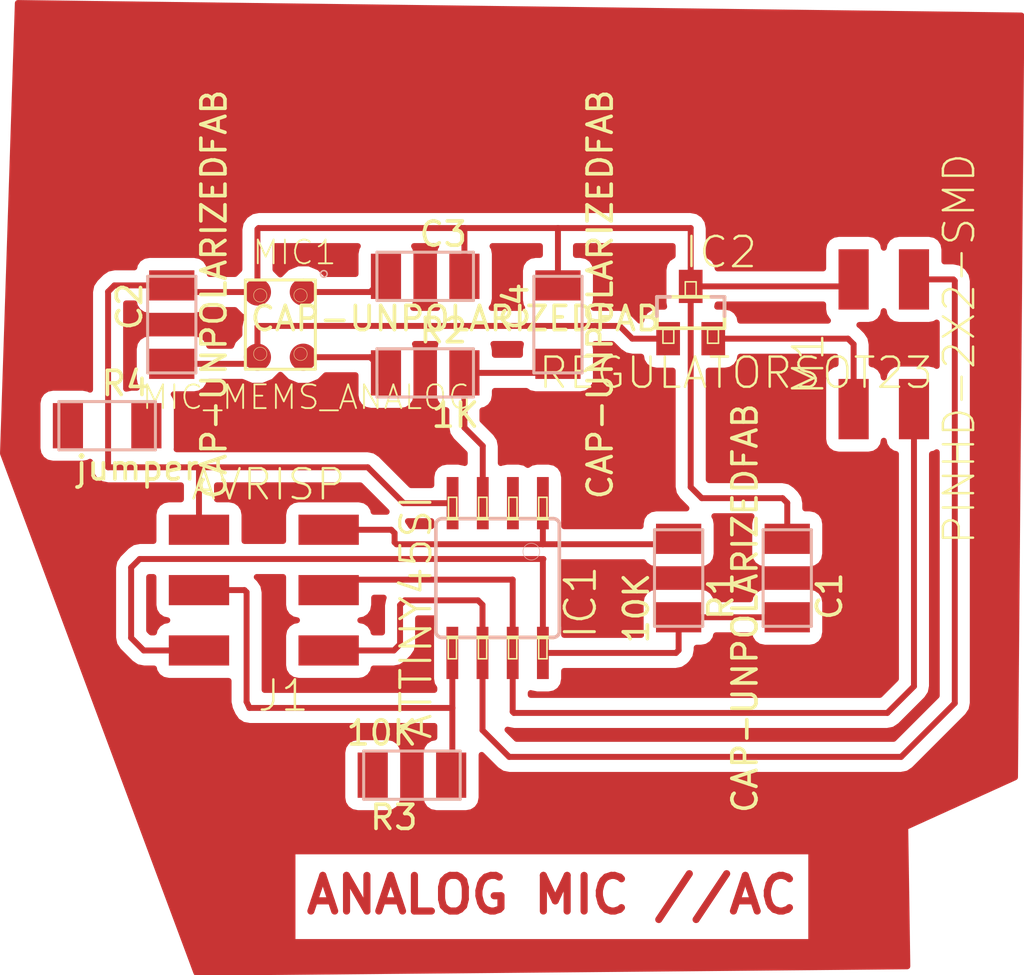
<source format=kicad_pcb>
(kicad_pcb (version 4) (host pcbnew 4.0.5)

  (general
    (links 27)
    (no_connects 1)
    (area 127.39 61.52 170.510001 102.590001)
    (thickness 1.6)
    (drawings 1)
    (tracks 95)
    (zones 0)
    (modules 13)
    (nets 15)
  )

  (page A4)
  (layers
    (0 F.Cu signal)
    (31 B.Cu signal)
    (32 B.Adhes user)
    (33 F.Adhes user)
    (34 B.Paste user)
    (35 F.Paste user)
    (36 B.SilkS user)
    (37 F.SilkS user)
    (38 B.Mask user)
    (39 F.Mask user)
    (40 Dwgs.User user)
    (41 Cmts.User user)
    (42 Eco1.User user)
    (43 Eco2.User user)
    (44 Edge.Cuts user)
    (45 Margin user)
    (46 B.CrtYd user)
    (47 F.CrtYd user)
    (48 B.Fab user)
    (49 F.Fab user)
  )

  (setup
    (last_trace_width 0.25)
    (trace_clearance 0.2)
    (zone_clearance 0.508)
    (zone_45_only no)
    (trace_min 0.2)
    (segment_width 0.2)
    (edge_width 0.15)
    (via_size 0.6)
    (via_drill 0.4)
    (via_min_size 0.4)
    (via_min_drill 0.3)
    (uvia_size 0.3)
    (uvia_drill 0.1)
    (uvias_allowed no)
    (uvia_min_size 0.2)
    (uvia_min_drill 0.1)
    (pcb_text_width 0.3)
    (pcb_text_size 1.5 1.5)
    (mod_edge_width 0.15)
    (mod_text_size 1 1)
    (mod_text_width 0.15)
    (pad_size 1.524 1.524)
    (pad_drill 0.762)
    (pad_to_mask_clearance 0.2)
    (aux_axis_origin 0 0)
    (visible_elements FFFFFF7F)
    (pcbplotparams
      (layerselection 0x00030_80000001)
      (usegerberextensions false)
      (excludeedgelayer true)
      (linewidth 0.100000)
      (plotframeref false)
      (viasonmask false)
      (mode 1)
      (useauxorigin false)
      (hpglpennumber 1)
      (hpglpenspeed 20)
      (hpglpendiameter 15)
      (hpglpenoverlay 2)
      (psnegative false)
      (psa4output false)
      (plotreference true)
      (plotvalue true)
      (plotinvisibletext false)
      (padsonsilk false)
      (subtractmaskfromsilk false)
      (outputformat 1)
      (mirror false)
      (drillshape 1)
      (scaleselection 1)
      (outputdirectory ""))
  )

  (net 0 "")
  (net 1 Earth)
  (net 2 VCC)
  (net 3 +3V3)
  (net 4 "Net-(C3-Pad1)")
  (net 5 "Net-(C4-Pad1)")
  (net 6 "Net-(IC1-Pad1)")
  (net 7 "Net-(IC1-Pad2)")
  (net 8 "Net-(IC1-Pad5)")
  (net 9 "Net-(IC1-Pad6)")
  (net 10 "Net-(IC1-Pad7)")
  (net 11 "Net-(IC2-Pad2)")
  (net 12 "Net-(MIC1-Pad2)")
  (net 13 "Net-(R4-Pad1)")
  (net 14 "Net-(R4-Pad2)")

  (net_class Default "This is the default net class."
    (clearance 0.2)
    (trace_width 0.25)
    (via_dia 0.6)
    (via_drill 0.4)
    (uvia_dia 0.3)
    (uvia_drill 0.1)
    (add_net +3V3)
    (add_net Earth)
    (add_net "Net-(C3-Pad1)")
    (add_net "Net-(C4-Pad1)")
    (add_net "Net-(IC1-Pad1)")
    (add_net "Net-(IC1-Pad2)")
    (add_net "Net-(IC1-Pad5)")
    (add_net "Net-(IC1-Pad6)")
    (add_net "Net-(IC1-Pad7)")
    (add_net "Net-(IC2-Pad2)")
    (add_net "Net-(MIC1-Pad2)")
    (add_net "Net-(R4-Pad1)")
    (add_net "Net-(R4-Pad2)")
    (add_net VCC)
  )

  (module fab:fab-2X03SMD (layer F.Cu) (tedit 200000) (tstamp 5933378E)
    (at 138.684 86.36 180)
    (path /591EB890)
    (attr smd)
    (fp_text reference J1 (at -0.635 -4.445 180) (layer F.SilkS)
      (effects (font (size 1.27 1.27) (thickness 0.1016)))
    )
    (fp_text value AVRISP (at 0 4.445 180) (layer F.SilkS)
      (effects (font (size 1.27 1.27) (thickness 0.1016)))
    )
    (pad 1 smd rect (at -2.54 -2.54 180) (size 2.54 1.27) (layers F.Cu F.Paste F.Mask)
      (net 9 "Net-(IC1-Pad6)"))
    (pad 2 smd rect (at 2.91846 -2.54 180) (size 2.54 1.27) (layers F.Cu F.Paste F.Mask)
      (net 2 VCC))
    (pad 3 smd rect (at -2.54 0 180) (size 2.54 1.27) (layers F.Cu F.Paste F.Mask)
      (net 10 "Net-(IC1-Pad7)"))
    (pad 4 smd rect (at 2.91846 0 180) (size 2.54 1.27) (layers F.Cu F.Paste F.Mask)
      (net 8 "Net-(IC1-Pad5)"))
    (pad 5 smd rect (at -2.54 2.54 180) (size 2.54 1.27) (layers F.Cu F.Paste F.Mask)
      (net 6 "Net-(IC1-Pad1)"))
    (pad 6 smd rect (at 2.91846 2.54 180) (size 2.54 1.27) (layers F.Cu F.Paste F.Mask)
      (net 1 Earth))
  )

  (module fab:fab-C1206FAB (layer F.Cu) (tedit 200000) (tstamp 5922A30F)
    (at 160.528 85.852 270)
    (path /591EB953)
    (attr smd)
    (fp_text reference C1 (at 0.762 -1.778 270) (layer F.SilkS)
      (effects (font (size 1.016 1.016) (thickness 0.1524)))
    )
    (fp_text value CAP-UNPOLARIZEDFAB (at 1.27 1.778 270) (layer F.SilkS)
      (effects (font (size 1.016 1.016) (thickness 0.1524)))
    )
    (fp_line (start -2.032 -1.016) (end 2.032 -1.016) (layer B.SilkS) (width 0.127))
    (fp_line (start 2.032 -1.016) (end 2.032 1.016) (layer B.SilkS) (width 0.127))
    (fp_line (start 2.032 1.016) (end -2.032 1.016) (layer B.SilkS) (width 0.127))
    (fp_line (start -2.032 1.016) (end -2.032 -1.016) (layer B.SilkS) (width 0.127))
    (pad 1 smd rect (at -1.651 0 270) (size 1.27 1.905) (layers F.Cu F.Paste F.Mask)
      (net 1 Earth))
    (pad 2 smd rect (at 1.651 0 270) (size 1.27 1.905) (layers F.Cu F.Paste F.Mask)
      (net 2 VCC))
  )

  (module fab:fab-C1206FAB (layer F.Cu) (tedit 200000) (tstamp 5922A315)
    (at 134.62 75.184 90)
    (path /591EB8CE)
    (attr smd)
    (fp_text reference C2 (at 0.762 -1.778 90) (layer F.SilkS)
      (effects (font (size 1.016 1.016) (thickness 0.1524)))
    )
    (fp_text value CAP-UNPOLARIZEDFAB (at 1.27 1.778 90) (layer F.SilkS)
      (effects (font (size 1.016 1.016) (thickness 0.1524)))
    )
    (fp_line (start -2.032 -1.016) (end 2.032 -1.016) (layer B.SilkS) (width 0.127))
    (fp_line (start 2.032 -1.016) (end 2.032 1.016) (layer B.SilkS) (width 0.127))
    (fp_line (start 2.032 1.016) (end -2.032 1.016) (layer B.SilkS) (width 0.127))
    (fp_line (start -2.032 1.016) (end -2.032 -1.016) (layer B.SilkS) (width 0.127))
    (pad 1 smd rect (at -1.651 0 90) (size 1.27 1.905) (layers F.Cu F.Paste F.Mask)
      (net 3 +3V3))
    (pad 2 smd rect (at 1.651 0 90) (size 1.27 1.905) (layers F.Cu F.Paste F.Mask)
      (net 1 Earth))
  )

  (module fab:fab-C1206FAB (layer F.Cu) (tedit 200000) (tstamp 5922A31B)
    (at 145.288 73.152)
    (path /591EB914)
    (attr smd)
    (fp_text reference C3 (at 0.762 -1.778) (layer F.SilkS)
      (effects (font (size 1.016 1.016) (thickness 0.1524)))
    )
    (fp_text value CAP-UNPOLARIZEDFAB (at 1.27 1.778) (layer F.SilkS)
      (effects (font (size 1.016 1.016) (thickness 0.1524)))
    )
    (fp_line (start -2.032 -1.016) (end 2.032 -1.016) (layer B.SilkS) (width 0.127))
    (fp_line (start 2.032 -1.016) (end 2.032 1.016) (layer B.SilkS) (width 0.127))
    (fp_line (start 2.032 1.016) (end -2.032 1.016) (layer B.SilkS) (width 0.127))
    (fp_line (start -2.032 1.016) (end -2.032 -1.016) (layer B.SilkS) (width 0.127))
    (pad 1 smd rect (at -1.651 0) (size 1.27 1.905) (layers F.Cu F.Paste F.Mask)
      (net 4 "Net-(C3-Pad1)"))
    (pad 2 smd rect (at 1.651 0) (size 1.27 1.905) (layers F.Cu F.Paste F.Mask)
      (net 1 Earth))
  )

  (module fab:fab-C1206FAB (layer F.Cu) (tedit 200000) (tstamp 5922A321)
    (at 150.876 75.184 90)
    (path /591EB993)
    (attr smd)
    (fp_text reference C4 (at 0.762 -1.778 90) (layer F.SilkS)
      (effects (font (size 1.016 1.016) (thickness 0.1524)))
    )
    (fp_text value CAP-UNPOLARIZEDFAB (at 1.27 1.778 90) (layer F.SilkS)
      (effects (font (size 1.016 1.016) (thickness 0.1524)))
    )
    (fp_line (start -2.032 -1.016) (end 2.032 -1.016) (layer B.SilkS) (width 0.127))
    (fp_line (start 2.032 -1.016) (end 2.032 1.016) (layer B.SilkS) (width 0.127))
    (fp_line (start 2.032 1.016) (end -2.032 1.016) (layer B.SilkS) (width 0.127))
    (fp_line (start -2.032 1.016) (end -2.032 -1.016) (layer B.SilkS) (width 0.127))
    (pad 1 smd rect (at -1.651 0 90) (size 1.27 1.905) (layers F.Cu F.Paste F.Mask)
      (net 5 "Net-(C4-Pad1)"))
    (pad 2 smd rect (at 1.651 0 90) (size 1.27 1.905) (layers F.Cu F.Paste F.Mask)
      (net 1 Earth))
  )

  (module fab:fab-SOIC8 (layer F.Cu) (tedit 200000) (tstamp 5922A32D)
    (at 148.336 85.852 180)
    (descr "WIDE PLASTIC GULL WING SMALL OUTLINE PACKAGE")
    (tags "WIDE PLASTIC GULL WING SMALL OUTLINE PACKAGE")
    (path /591EB7FD)
    (attr smd)
    (fp_text reference IC1 (at -3.4925 -1.016 270) (layer F.SilkS)
      (effects (font (size 1.27 1.27) (thickness 0.127)))
    )
    (fp_text value ATTINY45SI (at 3.429 -1.651 270) (layer F.SilkS)
      (effects (font (size 1.27 1.27) (thickness 0.127)))
    )
    (fp_line (start -2.07772 -2.49936) (end -1.72974 -2.49936) (layer F.SilkS) (width 0.06604))
    (fp_line (start -1.72974 -2.49936) (end -1.72974 -3.39852) (layer F.SilkS) (width 0.06604))
    (fp_line (start -2.07772 -3.39852) (end -1.72974 -3.39852) (layer F.SilkS) (width 0.06604))
    (fp_line (start -2.07772 -2.49936) (end -2.07772 -3.39852) (layer F.SilkS) (width 0.06604))
    (fp_line (start -0.80772 -2.49936) (end -0.45974 -2.49936) (layer F.SilkS) (width 0.06604))
    (fp_line (start -0.45974 -2.49936) (end -0.45974 -3.39852) (layer F.SilkS) (width 0.06604))
    (fp_line (start -0.80772 -3.39852) (end -0.45974 -3.39852) (layer F.SilkS) (width 0.06604))
    (fp_line (start -0.80772 -2.49936) (end -0.80772 -3.39852) (layer F.SilkS) (width 0.06604))
    (fp_line (start 0.45974 -2.49936) (end 0.80772 -2.49936) (layer F.SilkS) (width 0.06604))
    (fp_line (start 0.80772 -2.49936) (end 0.80772 -3.39852) (layer F.SilkS) (width 0.06604))
    (fp_line (start 0.45974 -3.39852) (end 0.80772 -3.39852) (layer F.SilkS) (width 0.06604))
    (fp_line (start 0.45974 -2.49936) (end 0.45974 -3.39852) (layer F.SilkS) (width 0.06604))
    (fp_line (start 1.72974 -2.49936) (end 2.07772 -2.49936) (layer F.SilkS) (width 0.06604))
    (fp_line (start 2.07772 -2.49936) (end 2.07772 -3.39852) (layer F.SilkS) (width 0.06604))
    (fp_line (start 1.72974 -3.39852) (end 2.07772 -3.39852) (layer F.SilkS) (width 0.06604))
    (fp_line (start 1.72974 -2.49936) (end 1.72974 -3.39852) (layer F.SilkS) (width 0.06604))
    (fp_line (start 1.71958 3.39852) (end 2.06756 3.39852) (layer F.SilkS) (width 0.06604))
    (fp_line (start 2.06756 3.39852) (end 2.06756 2.49936) (layer F.SilkS) (width 0.06604))
    (fp_line (start 1.71958 2.49936) (end 2.06756 2.49936) (layer F.SilkS) (width 0.06604))
    (fp_line (start 1.71958 3.39852) (end 1.71958 2.49936) (layer F.SilkS) (width 0.06604))
    (fp_line (start 0.44958 3.39852) (end 0.79756 3.39852) (layer F.SilkS) (width 0.06604))
    (fp_line (start 0.79756 3.39852) (end 0.79756 2.49936) (layer F.SilkS) (width 0.06604))
    (fp_line (start 0.44958 2.49936) (end 0.79756 2.49936) (layer F.SilkS) (width 0.06604))
    (fp_line (start 0.44958 3.39852) (end 0.44958 2.49936) (layer F.SilkS) (width 0.06604))
    (fp_line (start -0.81788 3.39852) (end -0.4699 3.39852) (layer F.SilkS) (width 0.06604))
    (fp_line (start -0.4699 3.39852) (end -0.4699 2.49936) (layer F.SilkS) (width 0.06604))
    (fp_line (start -0.81788 2.49936) (end -0.4699 2.49936) (layer F.SilkS) (width 0.06604))
    (fp_line (start -0.81788 3.39852) (end -0.81788 2.49936) (layer F.SilkS) (width 0.06604))
    (fp_line (start -2.07772 3.39852) (end -1.72974 3.39852) (layer F.SilkS) (width 0.06604))
    (fp_line (start -1.72974 3.39852) (end -1.72974 2.49936) (layer F.SilkS) (width 0.06604))
    (fp_line (start -2.07772 2.49936) (end -1.72974 2.49936) (layer F.SilkS) (width 0.06604))
    (fp_line (start -2.07772 3.39852) (end -2.07772 2.49936) (layer F.SilkS) (width 0.06604))
    (fp_line (start 2.35966 2.49936) (end -2.33934 2.49936) (layer F.SilkS) (width 0.1524))
    (fp_line (start -2.33934 -2.49936) (end 2.35966 -2.49936) (layer F.SilkS) (width 0.1524))
    (fp_line (start -2.2098 -2.49936) (end -2.33934 -2.49936) (layer B.SilkS) (width 0.1524))
    (fp_line (start -1.5875 -2.49936) (end -0.94996 -2.49936) (layer B.SilkS) (width 0.1524))
    (fp_line (start -0.3175 -2.49936) (end 0.3175 -2.49936) (layer B.SilkS) (width 0.1524))
    (fp_line (start 0.94996 -2.49936) (end 1.5875 -2.49936) (layer B.SilkS) (width 0.1524))
    (fp_line (start 2.2098 -2.49936) (end 2.35966 -2.49936) (layer B.SilkS) (width 0.1524))
    (fp_line (start 2.19964 2.49936) (end 2.32918 2.49936) (layer B.SilkS) (width 0.1524))
    (fp_line (start 1.5875 2.49936) (end 0.9398 2.49936) (layer B.SilkS) (width 0.1524))
    (fp_line (start 0.3175 2.49936) (end -0.32766 2.49936) (layer B.SilkS) (width 0.1524))
    (fp_line (start -0.94996 2.49936) (end -1.5875 2.49936) (layer B.SilkS) (width 0.1524))
    (fp_line (start -2.2098 2.49936) (end -2.33934 2.49936) (layer B.SilkS) (width 0.1524))
    (fp_line (start -2.59842 -2.2479) (end -2.59842 2.23774) (layer B.SilkS) (width 0.1524))
    (fp_line (start 2.59842 2.2479) (end 2.59842 -2.2479) (layer B.SilkS) (width 0.1524))
    (fp_circle (center -1.41986 1.11252) (end -1.66878 1.36144) (layer B.SilkS) (width 0.0254))
    (fp_arc (start -2.3495 -2.2479) (end -2.59842 -2.2479) (angle 90) (layer B.SilkS) (width 0.1524))
    (fp_arc (start 2.3495 -2.2479) (end 2.3495 -2.49936) (angle 90) (layer B.SilkS) (width 0.1524))
    (fp_arc (start 2.3495 2.2479) (end 2.59842 2.2479) (angle 90) (layer B.SilkS) (width 0.1524))
    (fp_arc (start -2.3495 2.2479) (end -2.3495 2.49936) (angle 90) (layer B.SilkS) (width 0.1524))
    (pad 1 smd rect (at -1.905 3.15214 180) (size 0.49784 2.19964) (layers F.Cu F.Paste F.Mask)
      (net 6 "Net-(IC1-Pad1)"))
    (pad 2 smd rect (at -0.64262 3.15214 180) (size 0.49784 2.19964) (layers F.Cu F.Paste F.Mask)
      (net 7 "Net-(IC1-Pad2)"))
    (pad 3 smd rect (at 0.62484 3.15214 180) (size 0.49784 2.19964) (layers F.Cu F.Paste F.Mask)
      (net 5 "Net-(C4-Pad1)"))
    (pad 4 smd rect (at 1.89484 3.15214 180) (size 0.49784 2.19964) (layers F.Cu F.Paste F.Mask)
      (net 1 Earth))
    (pad 5 smd rect (at 1.905 -3.15214 180) (size 0.49784 2.19964) (layers F.Cu F.Paste F.Mask)
      (net 8 "Net-(IC1-Pad5)"))
    (pad 6 smd rect (at 0.635 -3.15214 180) (size 0.49784 2.19964) (layers F.Cu F.Paste F.Mask)
      (net 9 "Net-(IC1-Pad6)"))
    (pad 7 smd rect (at -0.635 -3.15214 180) (size 0.49784 2.19964) (layers F.Cu F.Paste F.Mask)
      (net 10 "Net-(IC1-Pad7)"))
    (pad 8 smd rect (at -1.905 -3.15214 180) (size 0.49784 2.19964) (layers F.Cu F.Paste F.Mask)
      (net 2 VCC))
  )

  (module fab:fab-SOT23 (layer F.Cu) (tedit 200000) (tstamp 5922A334)
    (at 156.464 74.676)
    (descr "SOT 23")
    (tags "SOT 23")
    (path /591EBA08)
    (attr smd)
    (fp_text reference IC2 (at 1.27 -2.54) (layer F.SilkS)
      (effects (font (size 1.27 1.27) (thickness 0.1016)))
    )
    (fp_text value REGULATORSOT23 (at 1.905 2.54) (layer F.SilkS)
      (effects (font (size 1.27 1.27) (thickness 0.1016)))
    )
    (fp_line (start -0.2286 -0.7112) (end 0.2286 -0.7112) (layer F.SilkS) (width 0.06604))
    (fp_line (start 0.2286 -0.7112) (end 0.2286 -1.29286) (layer F.SilkS) (width 0.06604))
    (fp_line (start -0.2286 -1.29286) (end 0.2286 -1.29286) (layer F.SilkS) (width 0.06604))
    (fp_line (start -0.2286 -0.7112) (end -0.2286 -1.29286) (layer F.SilkS) (width 0.06604))
    (fp_line (start 0.7112 1.29286) (end 1.1684 1.29286) (layer F.SilkS) (width 0.06604))
    (fp_line (start 1.1684 1.29286) (end 1.1684 0.7112) (layer F.SilkS) (width 0.06604))
    (fp_line (start 0.7112 0.7112) (end 1.1684 0.7112) (layer F.SilkS) (width 0.06604))
    (fp_line (start 0.7112 1.29286) (end 0.7112 0.7112) (layer F.SilkS) (width 0.06604))
    (fp_line (start -1.1684 1.29286) (end -0.7112 1.29286) (layer F.SilkS) (width 0.06604))
    (fp_line (start -0.7112 1.29286) (end -0.7112 0.7112) (layer F.SilkS) (width 0.06604))
    (fp_line (start -1.1684 0.7112) (end -0.7112 0.7112) (layer F.SilkS) (width 0.06604))
    (fp_line (start -1.1684 1.29286) (end -1.1684 0.7112) (layer F.SilkS) (width 0.06604))
    (fp_line (start 1.4224 -0.6604) (end 1.4224 0.6604) (layer F.SilkS) (width 0.1524))
    (fp_line (start 1.4224 0.6604) (end -1.4224 0.6604) (layer F.SilkS) (width 0.1524))
    (fp_line (start -1.4224 0.6604) (end -1.4224 -0.6604) (layer F.SilkS) (width 0.1524))
    (fp_line (start -1.4224 -0.6604) (end 1.4224 -0.6604) (layer F.SilkS) (width 0.1524))
    (fp_line (start -1.4224 0.1524) (end -1.4224 -0.6604) (layer B.SilkS) (width 0.1524))
    (fp_line (start -1.4224 -0.6604) (end -0.8636 -0.6604) (layer B.SilkS) (width 0.1524))
    (fp_line (start 1.4224 -0.6604) (end 1.4224 0.1524) (layer B.SilkS) (width 0.1524))
    (fp_line (start 0.8636 -0.6604) (end 1.4224 -0.6604) (layer B.SilkS) (width 0.1524))
    (pad 1 smd rect (at -0.94996 1.09982) (size 0.99822 1.39954) (layers F.Cu F.Paste F.Mask)
      (net 3 +3V3))
    (pad 2 smd rect (at 0.94996 1.09982) (size 0.99822 1.39954) (layers F.Cu F.Paste F.Mask)
      (net 11 "Net-(IC2-Pad2)"))
    (pad 3 smd rect (at 0 -1.09982) (size 0.99822 1.39954) (layers F.Cu F.Paste F.Mask)
      (net 1 Earth))
  )

  (module fab:fab-2X02SMD (layer F.Cu) (tedit 200000) (tstamp 5922A346)
    (at 164.592 76.2 90)
    (path /5922A8A1)
    (attr smd)
    (fp_text reference M1 (at -0.635 -3.175 90) (layer F.SilkS)
      (effects (font (size 1.27 1.27) (thickness 0.1016)))
    )
    (fp_text value PINHD-2X2-SMD (at 0 3.175 90) (layer F.SilkS)
      (effects (font (size 1.27 1.27) (thickness 0.1016)))
    )
    (pad 1 smd rect (at -2.54 -1.27 90) (size 2.54 1.27) (layers F.Cu F.Paste F.Mask)
      (net 11 "Net-(IC2-Pad2)"))
    (pad 2 smd rect (at 2.91846 -1.27 90) (size 2.54 1.27) (layers F.Cu F.Paste F.Mask)
      (net 1 Earth))
    (pad 3 smd rect (at -2.54 1.27 90) (size 2.54 1.27) (layers F.Cu F.Paste F.Mask)
      (net 10 "Net-(IC1-Pad7)"))
    (pad 4 smd rect (at 2.91846 1.27 90) (size 2.54 1.27) (layers F.Cu F.Paste F.Mask)
      (net 9 "Net-(IC1-Pad6)"))
  )

  (module fab:fab-MIC_MEMS_ANALOG_SPU0414HR5H (layer F.Cu) (tedit 200000) (tstamp 5922A34E)
    (at 139.192 75.184)
    (descr HTTP://WWW.DIGIKEY.COM/PRODUCT-SEARCH/EN?KEYWORDS=423-1134-1-ND%09)
    (tags HTTP://WWW.DIGIKEY.COM/PRODUCT-SEARCH/EN?KEYWORDS=423-1134-1-ND%09)
    (path /591EB84A)
    (attr smd)
    (fp_text reference MIC1 (at 0.59436 -3.03784) (layer F.SilkS)
      (effects (font (size 0.99822 0.99822) (thickness 0.0762)))
    )
    (fp_text value MIC_MEMS_ANALOG (at 1.09474 3.05562) (layer F.SilkS)
      (effects (font (size 0.99822 0.99822) (thickness 0.0762)))
    )
    (fp_line (start -1.4732 -1.8796) (end 1.4732 -1.8796) (layer F.SilkS) (width 0.127))
    (fp_line (start 1.4732 -1.8796) (end 1.4732 1.8796) (layer F.SilkS) (width 0.127))
    (fp_line (start 1.4732 1.8796) (end -1.4732 1.8796) (layer F.SilkS) (width 0.127))
    (fp_line (start -1.4732 1.8796) (end -1.4732 -1.8796) (layer F.SilkS) (width 0.127))
    (fp_circle (center 1.8288 -2.1336) (end 1.92786 -2.23266) (layer B.SilkS) (width 0.0635))
    (fp_circle (center 0.84836 -1.22936) (end 1.04648 -1.42748) (layer F.SilkS) (width 0.01778))
    (fp_circle (center -0.84836 -1.22936) (end -1.04648 -1.42748) (layer F.SilkS) (width 0.01778))
    (fp_circle (center -0.84836 1.22936) (end -1.04648 1.42748) (layer F.SilkS) (width 0.01778))
    (fp_circle (center 0.84836 1.22936) (end 1.04648 1.42748) (layer F.SilkS) (width 0.01778))
    (pad 1 smd circle (at 0.9652 -1.3716) (size 1.143 1.143) (layers F.Cu F.Paste F.Mask)
      (net 4 "Net-(C3-Pad1)"))
    (pad 2 smd circle (at 0.9652 1.3716) (size 1.143 1.143) (layers F.Cu F.Paste F.Mask)
      (net 12 "Net-(MIC1-Pad2)"))
    (pad 3 smd circle (at -0.9652 1.3716) (size 1.143 1.143) (layers F.Cu F.Paste F.Mask)
      (net 3 +3V3))
    (pad 4 smd circle (at -0.9652 -1.3716) (size 1.143 1.143) (layers F.Cu F.Paste F.Mask)
      (net 1 Earth))
  )

  (module fab:fab-R1206FAB (layer F.Cu) (tedit 200000) (tstamp 5922A354)
    (at 155.956 85.852 270)
    (path /591EBAB7)
    (attr smd)
    (fp_text reference R1 (at 0.762 -1.778 270) (layer F.SilkS)
      (effects (font (size 1.016 1.016) (thickness 0.1524)))
    )
    (fp_text value 10K (at 1.27 1.778 270) (layer F.SilkS)
      (effects (font (size 1.016 1.016) (thickness 0.1524)))
    )
    (fp_line (start -2.032 -1.016) (end 2.032 -1.016) (layer B.SilkS) (width 0.127))
    (fp_line (start 2.032 -1.016) (end 2.032 1.016) (layer B.SilkS) (width 0.127))
    (fp_line (start 2.032 1.016) (end -2.032 1.016) (layer B.SilkS) (width 0.127))
    (fp_line (start -2.032 1.016) (end -2.032 -1.016) (layer B.SilkS) (width 0.127))
    (pad 1 smd rect (at -1.651 0 270) (size 1.27 1.905) (layers F.Cu F.Paste F.Mask)
      (net 6 "Net-(IC1-Pad1)"))
    (pad 2 smd rect (at 1.651 0 270) (size 1.27 1.905) (layers F.Cu F.Paste F.Mask)
      (net 2 VCC))
  )

  (module fab:fab-R1206FAB (layer F.Cu) (tedit 200000) (tstamp 5922A35A)
    (at 145.288 77.216)
    (path /591EBA61)
    (attr smd)
    (fp_text reference R2 (at 0.762 -1.778) (layer F.SilkS)
      (effects (font (size 1.016 1.016) (thickness 0.1524)))
    )
    (fp_text value 1K (at 1.27 1.778) (layer F.SilkS)
      (effects (font (size 1.016 1.016) (thickness 0.1524)))
    )
    (fp_line (start -2.032 -1.016) (end 2.032 -1.016) (layer B.SilkS) (width 0.127))
    (fp_line (start 2.032 -1.016) (end 2.032 1.016) (layer B.SilkS) (width 0.127))
    (fp_line (start 2.032 1.016) (end -2.032 1.016) (layer B.SilkS) (width 0.127))
    (fp_line (start -2.032 1.016) (end -2.032 -1.016) (layer B.SilkS) (width 0.127))
    (pad 1 smd rect (at -1.651 0) (size 1.27 1.905) (layers F.Cu F.Paste F.Mask)
      (net 12 "Net-(MIC1-Pad2)"))
    (pad 2 smd rect (at 1.651 0) (size 1.27 1.905) (layers F.Cu F.Paste F.Mask)
      (net 5 "Net-(C4-Pad1)"))
  )

  (module fab:fab-R1206FAB (layer F.Cu) (tedit 200000) (tstamp 5922A360)
    (at 144.73 94.15 180)
    (path /5922A492)
    (attr smd)
    (fp_text reference R3 (at 0.762 -1.778 180) (layer F.SilkS)
      (effects (font (size 1.016 1.016) (thickness 0.1524)))
    )
    (fp_text value 10K (at 1.27 1.778 180) (layer F.SilkS)
      (effects (font (size 1.016 1.016) (thickness 0.1524)))
    )
    (fp_line (start -2.032 -1.016) (end 2.032 -1.016) (layer B.SilkS) (width 0.127))
    (fp_line (start 2.032 -1.016) (end 2.032 1.016) (layer B.SilkS) (width 0.127))
    (fp_line (start 2.032 1.016) (end -2.032 1.016) (layer B.SilkS) (width 0.127))
    (fp_line (start -2.032 1.016) (end -2.032 -1.016) (layer B.SilkS) (width 0.127))
    (pad 1 smd rect (at -1.651 0 180) (size 1.27 1.905) (layers F.Cu F.Paste F.Mask)
      (net 8 "Net-(IC1-Pad5)"))
    (pad 2 smd rect (at 1.651 0 180) (size 1.27 1.905) (layers F.Cu F.Paste F.Mask)
      (net 3 +3V3))
  )

  (module fab:fab-R1206FAB (layer F.Cu) (tedit 200000) (tstamp 5933379C)
    (at 131.9 79.44)
    (path /59333CB3)
    (attr smd)
    (fp_text reference R4 (at 0.762 -1.778) (layer F.SilkS)
      (effects (font (size 1.016 1.016) (thickness 0.1524)))
    )
    (fp_text value jumper (at 1.27 1.778) (layer F.SilkS)
      (effects (font (size 1.016 1.016) (thickness 0.1524)))
    )
    (fp_line (start -2.032 -1.016) (end 2.032 -1.016) (layer B.SilkS) (width 0.127))
    (fp_line (start 2.032 -1.016) (end 2.032 1.016) (layer B.SilkS) (width 0.127))
    (fp_line (start 2.032 1.016) (end -2.032 1.016) (layer B.SilkS) (width 0.127))
    (fp_line (start -2.032 1.016) (end -2.032 -1.016) (layer B.SilkS) (width 0.127))
    (pad 1 smd rect (at -1.651 0) (size 1.27 1.905) (layers F.Cu F.Paste F.Mask)
      (net 13 "Net-(R4-Pad1)"))
    (pad 2 smd rect (at 1.651 0) (size 1.27 1.905) (layers F.Cu F.Paste F.Mask)
      (net 14 "Net-(R4-Pad2)"))
  )

  (gr_text "ANALOG MIC //AC" (at 150.62 99.19) (layer F.Cu)
    (effects (font (size 1.5 1.5) (thickness 0.3)))
  )

  (segment (start 135.76554 83.82) (end 135.76554 81.29446) (width 0.25) (layer F.Cu) (net 1))
  (segment (start 135.76554 81.29446) (end 135.87 81.19) (width 0.25) (layer F.Cu) (net 1) (tstamp 59333828))
  (segment (start 156.464 73.57618) (end 156.464 82.024) (width 0.25) (layer F.Cu) (net 1))
  (segment (start 160.528 82.688) (end 160.528 84.201) (width 0.25) (layer F.Cu) (net 1) (tstamp 5922AFFF))
  (segment (start 160.33 82.49) (end 160.528 82.688) (width 0.25) (layer F.Cu) (net 1) (tstamp 5922AFFD))
  (segment (start 156.93 82.49) (end 160.33 82.49) (width 0.25) (layer F.Cu) (net 1) (tstamp 5922AFFA))
  (segment (start 156.464 82.024) (end 156.93 82.49) (width 0.25) (layer F.Cu) (net 1) (tstamp 5922AFF8))
  (segment (start 146.44116 82.69986) (end 144.37986 82.69986) (width 0.25) (layer F.Cu) (net 1))
  (segment (start 142.87 81.19) (end 135.87 81.19) (width 0.25) (layer F.Cu) (net 1) (tstamp 5922AAA1))
  (segment (start 135.87 81.19) (end 131.94 81.19) (width 0.25) (layer F.Cu) (net 1) (tstamp 5933383F))
  (segment (start 144.37986 82.69986) (end 142.87 81.19) (width 0.25) (layer F.Cu) (net 1) (tstamp 5922AA94))
  (segment (start 132.207 73.533) (end 134.62 73.533) (width 0.25) (layer F.Cu) (net 1) (tstamp 5922AA81))
  (segment (start 131.94 73.8) (end 132.207 73.533) (width 0.25) (layer F.Cu) (net 1) (tstamp 5922AA7F))
  (segment (start 131.94 81.19) (end 131.94 73.8) (width 0.25) (layer F.Cu) (net 1) (tstamp 5922AAA8))
  (segment (start 156.464 73.57618) (end 163.02736 73.57618) (width 0.25) (layer F.Cu) (net 1))
  (segment (start 163.02736 73.57618) (end 163.322 73.28154) (width 0.25) (layer F.Cu) (net 1) (tstamp 5922AA1A))
  (segment (start 150.876 73.533) (end 150.876 71.12) (width 0.25) (layer F.Cu) (net 1))
  (segment (start 146.939 73.152) (end 146.939 71.12) (width 0.25) (layer F.Cu) (net 1))
  (segment (start 146.939 71.12) (end 146.812 71.12) (width 0.25) (layer F.Cu) (net 1) (tstamp 5922A9FF))
  (segment (start 138.2268 73.8124) (end 138.2268 71.1708) (width 0.25) (layer F.Cu) (net 1))
  (segment (start 156.464 71.12) (end 156.464 73.57618) (width 0.25) (layer F.Cu) (net 1) (tstamp 5922A9EE))
  (segment (start 138.2776 71.12) (end 146.812 71.12) (width 0.25) (layer F.Cu) (net 1) (tstamp 5922A9E7))
  (segment (start 146.812 71.12) (end 150.876 71.12) (width 0.25) (layer F.Cu) (net 1) (tstamp 5922AA02))
  (segment (start 150.876 71.12) (end 156.464 71.12) (width 0.25) (layer F.Cu) (net 1) (tstamp 5922AA06))
  (segment (start 138.2268 71.1708) (end 138.2776 71.12) (width 0.25) (layer F.Cu) (net 1) (tstamp 5922A9E4))
  (segment (start 138.2268 73.8124) (end 134.8994 73.8124) (width 0.25) (layer F.Cu) (net 1))
  (segment (start 134.8994 73.8124) (end 134.62 73.533) (width 0.25) (layer F.Cu) (net 1) (tstamp 5922A99A))
  (segment (start 135.76554 88.9) (end 133.44 88.9) (width 0.25) (layer F.Cu) (net 2) (status 400000))
  (segment (start 150.241 85.069) (end 150.241 89.00414) (width 0.25) (layer F.Cu) (net 2) (tstamp 59333928) (status 800000))
  (segment (start 150.26 85.05) (end 150.241 85.069) (width 0.25) (layer F.Cu) (net 2) (tstamp 59333927))
  (segment (start 133.27 85.05) (end 150.26 85.05) (width 0.25) (layer F.Cu) (net 2) (tstamp 59333914))
  (segment (start 132.91 85.41) (end 133.27 85.05) (width 0.25) (layer F.Cu) (net 2) (tstamp 59333912))
  (segment (start 132.91 88.37) (end 132.91 85.41) (width 0.25) (layer F.Cu) (net 2) (tstamp 5933390F))
  (segment (start 133.44 88.9) (end 132.91 88.37) (width 0.25) (layer F.Cu) (net 2) (tstamp 5933390C))
  (segment (start 150.241 89.00414) (end 155.84414 89.00414) (width 0.25) (layer F.Cu) (net 2))
  (segment (start 155.956 88.89228) (end 155.956 87.503) (width 0.25) (layer F.Cu) (net 2) (tstamp 5922AF62))
  (segment (start 155.84414 89.00414) (end 155.956 88.89228) (width 0.25) (layer F.Cu) (net 2) (tstamp 5922AF5E))
  (segment (start 155.956 87.503) (end 160.528 87.503) (width 0.25) (layer F.Cu) (net 2))
  (segment (start 155.51404 75.77582) (end 154.00582 75.77582) (width 0.25) (layer F.Cu) (net 3))
  (segment (start 138.2268 75.2732) (end 138.2268 76.5556) (width 0.25) (layer F.Cu) (net 3) (tstamp 5922AB07))
  (segment (start 138.26 75.24) (end 138.2268 75.2732) (width 0.25) (layer F.Cu) (net 3) (tstamp 5922AB03))
  (segment (start 153.47 75.24) (end 138.26 75.24) (width 0.25) (layer F.Cu) (net 3) (tstamp 5922AAF5))
  (segment (start 154.00582 75.77582) (end 153.47 75.24) (width 0.25) (layer F.Cu) (net 3) (tstamp 5922AAF3))
  (segment (start 134.62 76.835) (end 137.9474 76.835) (width 0.25) (layer F.Cu) (net 3))
  (segment (start 137.9474 76.835) (end 138.2268 76.5556) (width 0.25) (layer F.Cu) (net 3) (tstamp 5922A97F))
  (segment (start 140.1572 73.8124) (end 142.9766 73.8124) (width 0.25) (layer F.Cu) (net 4))
  (segment (start 142.9766 73.8124) (end 143.637 73.152) (width 0.25) (layer F.Cu) (net 4) (tstamp 5922A990))
  (segment (start 146.939 77.216) (end 146.939 79.519) (width 0.25) (layer F.Cu) (net 5))
  (segment (start 147.71116 80.29116) (end 147.71116 82.69986) (width 0.25) (layer F.Cu) (net 5) (tstamp 5922AB32))
  (segment (start 146.939 79.519) (end 147.71116 80.29116) (width 0.25) (layer F.Cu) (net 5) (tstamp 5922AB30))
  (segment (start 146.939 77.216) (end 150.495 77.216) (width 0.25) (layer F.Cu) (net 5))
  (segment (start 150.495 77.216) (end 150.876 76.835) (width 0.25) (layer F.Cu) (net 5) (tstamp 5922AAD7))
  (segment (start 141.224 83.82) (end 143.86 83.82) (width 0.25) (layer F.Cu) (net 6) (status 400000))
  (segment (start 144.079 84.429) (end 150.241 84.429) (width 0.25) (layer F.Cu) (net 6) (tstamp 593338FC))
  (segment (start 144 84.35) (end 144.079 84.429) (width 0.25) (layer F.Cu) (net 6) (tstamp 593338F9))
  (segment (start 144 83.96) (end 144 84.35) (width 0.25) (layer F.Cu) (net 6) (tstamp 593338F5))
  (segment (start 143.86 83.82) (end 144 83.96) (width 0.25) (layer F.Cu) (net 6) (tstamp 593338F3))
  (segment (start 150.241 84.429) (end 155.728 84.429) (width 0.25) (layer F.Cu) (net 6))
  (segment (start 155.728 84.429) (end 155.956 84.201) (width 0.25) (layer F.Cu) (net 6) (tstamp 5922ABD8))
  (segment (start 150.241 84.429) (end 150.241 82.69986) (width 0.25) (layer F.Cu) (net 6) (tstamp 5922ABCD))
  (segment (start 135.76554 86.36) (end 137.68 86.36) (width 0.25) (layer F.Cu) (net 8) (status 400000))
  (segment (start 137.89 91.32) (end 146.431 91.32) (width 0.25) (layer F.Cu) (net 8) (tstamp 593338CF))
  (segment (start 137.77 91.06) (end 137.89 91.32) (width 0.25) (layer F.Cu) (net 8) (tstamp 593338CC))
  (segment (start 137.77 86.45) (end 137.77 91.06) (width 0.25) (layer F.Cu) (net 8) (tstamp 593338C7))
  (segment (start 137.68 86.36) (end 137.77 86.45) (width 0.25) (layer F.Cu) (net 8) (tstamp 593338C6))
  (segment (start 146.431 89.00414) (end 146.431 91.32) (width 0.25) (layer F.Cu) (net 8) (status 400000))
  (segment (start 146.431 91.32) (end 146.431 94.1) (width 0.25) (layer F.Cu) (net 8) (tstamp 593338D7))
  (segment (start 146.431 94.1) (end 146.381 94.15) (width 0.25) (layer F.Cu) (net 8) (tstamp 5922B084))
  (segment (start 141.224 88.9) (end 143.97 88.9) (width 0.25) (layer F.Cu) (net 9) (status 400000))
  (segment (start 147.701 86.981) (end 147.701 89.00414) (width 0.25) (layer F.Cu) (net 9) (tstamp 59333989) (status 800000))
  (segment (start 147.51 86.79) (end 147.701 86.981) (width 0.25) (layer F.Cu) (net 9) (tstamp 59333987))
  (segment (start 144.43 86.79) (end 147.51 86.79) (width 0.25) (layer F.Cu) (net 9) (tstamp 59333984))
  (segment (start 144.23 86.99) (end 144.43 86.79) (width 0.25) (layer F.Cu) (net 9) (tstamp 59333982))
  (segment (start 144.23 88.64) (end 144.23 86.99) (width 0.25) (layer F.Cu) (net 9) (tstamp 5933397C))
  (segment (start 143.97 88.9) (end 144.23 88.64) (width 0.25) (layer F.Cu) (net 9) (tstamp 5933397A))
  (segment (start 147.701 89.00414) (end 147.701 92.259) (width 0.25) (layer F.Cu) (net 9))
  (segment (start 167.52154 73.28154) (end 165.862 73.28154) (width 0.25) (layer F.Cu) (net 9) (tstamp 5922AFAD))
  (segment (start 167.58 73.34) (end 167.52154 73.28154) (width 0.25) (layer F.Cu) (net 9) (tstamp 5922AFAB))
  (segment (start 167.58 91.12) (end 167.58 73.34) (width 0.25) (layer F.Cu) (net 9) (tstamp 5922AFA6))
  (segment (start 165.32 93.38) (end 167.58 91.12) (width 0.25) (layer F.Cu) (net 9) (tstamp 5922AF9C))
  (segment (start 148.822 93.38) (end 165.32 93.38) (width 0.25) (layer F.Cu) (net 9) (tstamp 5922AF96))
  (segment (start 147.701 92.259) (end 148.822 93.38) (width 0.25) (layer F.Cu) (net 9) (tstamp 5922AF95))
  (segment (start 148.971 89.00414) (end 148.971 85.919) (width 0.25) (layer F.Cu) (net 10) (status 400000))
  (segment (start 148.95 85.92) (end 141.644 85.92) (width 0.25) (layer F.Cu) (net 10) (tstamp 5933395F))
  (segment (start 148.971 85.919) (end 148.95 85.92) (width 0.25) (layer F.Cu) (net 10) (tstamp 5933395C))
  (segment (start 148.971 89.00414) (end 148.971 91.479) (width 0.25) (layer F.Cu) (net 10))
  (segment (start 165.862 90.408) (end 165.862 78.74) (width 0.25) (layer F.Cu) (net 10) (tstamp 5922AF7E))
  (segment (start 164.74 91.53) (end 165.862 90.408) (width 0.25) (layer F.Cu) (net 10) (tstamp 5922AF7B))
  (segment (start 149.022 91.53) (end 164.74 91.53) (width 0.25) (layer F.Cu) (net 10) (tstamp 5922AF78))
  (segment (start 148.971 91.479) (end 149.022 91.53) (width 0.25) (layer F.Cu) (net 10) (tstamp 5922AF75))
  (segment (start 157.41396 75.77582) (end 163.08582 75.77582) (width 0.25) (layer F.Cu) (net 11))
  (segment (start 163.322 76.012) (end 163.322 78.74) (width 0.25) (layer F.Cu) (net 11) (tstamp 5922B00C))
  (segment (start 163.08582 75.77582) (end 163.322 76.012) (width 0.25) (layer F.Cu) (net 11) (tstamp 5922B00A))
  (segment (start 140.1572 76.5556) (end 142.9766 76.5556) (width 0.25) (layer F.Cu) (net 12))
  (segment (start 142.9766 76.5556) (end 143.637 77.216) (width 0.25) (layer F.Cu) (net 12) (tstamp 5922AAC5))

  (zone (net 0) (net_name "") (layer F.Cu) (tstamp 5922C38F) (hatch edge 0.508)
    (connect_pads (clearance 0.508))
    (min_thickness 0.254)
    (fill yes (arc_segments 16) (thermal_gap 0.508) (thermal_bridge_width 0.508))
    (polygon
      (pts
        (xy 170.51 62.05) (xy 170.24 94.32) (xy 165.622059 96.418173) (xy 165.71 102.32) (xy 135.57 102.59)
        (xy 127.39 80.63) (xy 128.02 61.52)
      )
    )
    (filled_polygon
      (pts
        (xy 170.381946 62.175412) (xy 170.113682 94.237899) (xy 165.569525 96.302548) (xy 165.528679 96.332097) (xy 165.502547 96.375208)
        (xy 165.495073 96.420065) (xy 165.581111 102.194149) (xy 135.657923 102.462207) (xy 133.755512 97.355) (xy 139.699285 97.355)
        (xy 139.699285 101.175) (xy 161.540715 101.175) (xy 161.540715 97.355) (xy 139.699285 97.355) (xy 133.755512 97.355)
        (xy 132.206863 93.1975) (xy 141.79656 93.1975) (xy 141.79656 95.1025) (xy 141.840838 95.337817) (xy 141.97991 95.553941)
        (xy 142.19211 95.698931) (xy 142.444 95.74994) (xy 143.714 95.74994) (xy 143.949317 95.705662) (xy 144.165441 95.56659)
        (xy 144.310431 95.35439) (xy 144.36144 95.1025) (xy 144.36144 93.1975) (xy 144.317162 92.962183) (xy 144.17809 92.746059)
        (xy 143.96589 92.601069) (xy 143.714 92.55006) (xy 142.444 92.55006) (xy 142.208683 92.594338) (xy 141.992559 92.73341)
        (xy 141.847569 92.94561) (xy 141.79656 93.1975) (xy 132.206863 93.1975) (xy 127.517757 80.609144) (xy 127.587701 78.4875)
        (xy 128.96656 78.4875) (xy 128.96656 80.3925) (xy 129.010838 80.627817) (xy 129.14991 80.843941) (xy 129.36211 80.988931)
        (xy 129.614 81.03994) (xy 130.884 81.03994) (xy 131.119317 80.995662) (xy 131.18 80.956614) (xy 131.18 81.19)
        (xy 131.237852 81.480839) (xy 131.402599 81.727401) (xy 131.649161 81.892148) (xy 131.94 81.95) (xy 135.00554 81.95)
        (xy 135.00554 82.53756) (xy 134.49554 82.53756) (xy 134.260223 82.581838) (xy 134.044099 82.72091) (xy 133.899109 82.93311)
        (xy 133.8481 83.185) (xy 133.8481 84.29) (xy 133.27 84.29) (xy 132.979161 84.347852) (xy 132.732599 84.512599)
        (xy 132.372599 84.872599) (xy 132.207852 85.119161) (xy 132.15 85.41) (xy 132.15 88.37) (xy 132.207852 88.660839)
        (xy 132.372599 88.907401) (xy 132.902599 89.437401) (xy 133.14916 89.602148) (xy 133.44 89.66) (xy 133.87162 89.66)
        (xy 133.892378 89.770317) (xy 134.03145 89.986441) (xy 134.24365 90.131431) (xy 134.49554 90.18244) (xy 137.01 90.18244)
        (xy 137.01 91.06) (xy 137.012991 91.075034) (xy 137.0106 91.090171) (xy 137.041812 91.219931) (xy 137.067852 91.350839)
        (xy 137.076366 91.363582) (xy 137.079951 91.378484) (xy 137.199951 91.638484) (xy 137.278449 91.746427) (xy 137.352599 91.857401)
        (xy 137.365343 91.865916) (xy 137.374356 91.87831) (xy 137.488177 91.947991) (xy 137.599161 92.022148) (xy 137.614193 92.025138)
        (xy 137.627264 92.03314) (xy 137.759082 92.053959) (xy 137.89 92.08) (xy 145.671 92.08) (xy 145.671 92.564172)
        (xy 145.510683 92.594338) (xy 145.294559 92.73341) (xy 145.149569 92.94561) (xy 145.09856 93.1975) (xy 145.09856 95.1025)
        (xy 145.142838 95.337817) (xy 145.28191 95.553941) (xy 145.49411 95.698931) (xy 145.746 95.74994) (xy 147.016 95.74994)
        (xy 147.251317 95.705662) (xy 147.467441 95.56659) (xy 147.612431 95.35439) (xy 147.66344 95.1025) (xy 147.66344 93.296242)
        (xy 148.284599 93.917401) (xy 148.53116 94.082148) (xy 148.579414 94.091746) (xy 148.822 94.14) (xy 165.32 94.14)
        (xy 165.610839 94.082148) (xy 165.857401 93.917401) (xy 168.117401 91.657401) (xy 168.282148 91.410839) (xy 168.34 91.12)
        (xy 168.34 73.34) (xy 168.282148 73.049161) (xy 168.117401 72.802599) (xy 168.058941 72.744139) (xy 167.812379 72.579392)
        (xy 167.52154 72.52154) (xy 167.14444 72.52154) (xy 167.14444 72.01154) (xy 167.100162 71.776223) (xy 166.96109 71.560099)
        (xy 166.74889 71.415109) (xy 166.497 71.3641) (xy 165.227 71.3641) (xy 164.991683 71.408378) (xy 164.775559 71.54745)
        (xy 164.630569 71.75965) (xy 164.592457 71.947854) (xy 164.560162 71.776223) (xy 164.42109 71.560099) (xy 164.20889 71.415109)
        (xy 163.957 71.3641) (xy 162.687 71.3641) (xy 162.451683 71.408378) (xy 162.235559 71.54745) (xy 162.090569 71.75965)
        (xy 162.03956 72.01154) (xy 162.03956 72.81618) (xy 157.599217 72.81618) (xy 157.566272 72.641093) (xy 157.4272 72.424969)
        (xy 157.224 72.286128) (xy 157.224 71.12) (xy 157.166148 70.829161) (xy 157.001401 70.582599) (xy 156.754839 70.417852)
        (xy 156.464 70.36) (xy 138.2776 70.36) (xy 137.986761 70.417852) (xy 137.740199 70.582599) (xy 137.689399 70.633399)
        (xy 137.524652 70.879961) (xy 137.4668 71.1708) (xy 137.4668 72.866312) (xy 137.280387 73.0524) (xy 136.21994 73.0524)
        (xy 136.21994 72.898) (xy 136.175662 72.662683) (xy 136.03659 72.446559) (xy 135.82439 72.301569) (xy 135.5725 72.25056)
        (xy 133.6675 72.25056) (xy 133.432183 72.294838) (xy 133.216059 72.43391) (xy 133.071069 72.64611) (xy 133.045373 72.773)
        (xy 132.207 72.773) (xy 131.916161 72.830852) (xy 131.669599 72.995599) (xy 131.402599 73.262599) (xy 131.237852 73.509161)
        (xy 131.18 73.8) (xy 131.18 77.921208) (xy 131.13589 77.891069) (xy 130.884 77.84006) (xy 129.614 77.84006)
        (xy 129.378683 77.884338) (xy 129.162559 78.02341) (xy 129.017569 78.23561) (xy 128.96656 78.4875) (xy 127.587701 78.4875)
        (xy 128.142831 61.648542)
      )
    )
    (filled_polygon
      (pts
        (xy 166.82 90.805198) (xy 165.005198 92.62) (xy 149.136802 92.62) (xy 148.753367 92.236565) (xy 149.022 92.29)
        (xy 164.74 92.29) (xy 165.030839 92.232148) (xy 165.277401 92.067401) (xy 166.399401 90.945401) (xy 166.564148 90.698839)
        (xy 166.622 90.408) (xy 166.622 80.63392) (xy 166.732317 80.613162) (xy 166.82 80.55674)
      )
    )
    (filled_polygon
      (pts
        (xy 162.562 76.84608) (xy 162.451683 76.866838) (xy 162.235559 77.00591) (xy 162.090569 77.21811) (xy 162.03956 77.47)
        (xy 162.03956 80.01) (xy 162.083838 80.245317) (xy 162.22291 80.461441) (xy 162.43511 80.606431) (xy 162.687 80.65744)
        (xy 163.957 80.65744) (xy 164.192317 80.613162) (xy 164.408441 80.47409) (xy 164.553431 80.26189) (xy 164.591543 80.073686)
        (xy 164.623838 80.245317) (xy 164.76291 80.461441) (xy 164.97511 80.606431) (xy 165.102 80.632127) (xy 165.102 90.093198)
        (xy 164.425198 90.77) (xy 149.731 90.77) (xy 149.731 90.694112) (xy 149.74019 90.700391) (xy 149.99208 90.7514)
        (xy 150.48992 90.7514) (xy 150.725237 90.707122) (xy 150.941361 90.56805) (xy 151.086351 90.35585) (xy 151.13736 90.10396)
        (xy 151.13736 89.76414) (xy 155.84414 89.76414) (xy 156.134979 89.706288) (xy 156.381541 89.541541) (xy 156.493401 89.429681)
        (xy 156.658148 89.183119) (xy 156.716 88.89228) (xy 156.716 88.78544) (xy 156.9085 88.78544) (xy 157.143817 88.741162)
        (xy 157.359941 88.60209) (xy 157.504931 88.38989) (xy 157.530627 88.263) (xy 158.95158 88.263) (xy 158.972338 88.373317)
        (xy 159.11141 88.589441) (xy 159.32361 88.734431) (xy 159.5755 88.78544) (xy 161.4805 88.78544) (xy 161.715817 88.741162)
        (xy 161.931941 88.60209) (xy 162.076931 88.38989) (xy 162.12794 88.138) (xy 162.12794 86.868) (xy 162.083662 86.632683)
        (xy 161.94459 86.416559) (xy 161.73239 86.271569) (xy 161.4805 86.22056) (xy 159.5755 86.22056) (xy 159.340183 86.264838)
        (xy 159.124059 86.40391) (xy 158.979069 86.61611) (xy 158.953373 86.743) (xy 157.53242 86.743) (xy 157.511662 86.632683)
        (xy 157.37259 86.416559) (xy 157.16039 86.271569) (xy 156.9085 86.22056) (xy 155.0035 86.22056) (xy 154.768183 86.264838)
        (xy 154.552059 86.40391) (xy 154.407069 86.61611) (xy 154.35606 86.868) (xy 154.35606 88.138) (xy 154.376032 88.24414)
        (xy 151.13736 88.24414) (xy 151.13736 87.90432) (xy 151.093082 87.669003) (xy 151.001 87.525904) (xy 151.001 85.189)
        (xy 154.476065 85.189) (xy 154.53941 85.287441) (xy 154.75161 85.432431) (xy 155.0035 85.48344) (xy 156.9085 85.48344)
        (xy 157.143817 85.439162) (xy 157.359941 85.30009) (xy 157.504931 85.08789) (xy 157.55594 84.836) (xy 157.55594 83.566)
        (xy 157.511662 83.330683) (xy 157.459744 83.25) (xy 159.022873 83.25) (xy 158.979069 83.31411) (xy 158.92806 83.566)
        (xy 158.92806 84.836) (xy 158.972338 85.071317) (xy 159.11141 85.287441) (xy 159.32361 85.432431) (xy 159.5755 85.48344)
        (xy 161.4805 85.48344) (xy 161.715817 85.439162) (xy 161.931941 85.30009) (xy 162.076931 85.08789) (xy 162.12794 84.836)
        (xy 162.12794 83.566) (xy 162.083662 83.330683) (xy 161.94459 83.114559) (xy 161.73239 82.969569) (xy 161.4805 82.91856)
        (xy 161.288 82.91856) (xy 161.288 82.688) (xy 161.230148 82.397161) (xy 161.230148 82.39716) (xy 161.065401 82.150599)
        (xy 160.867401 81.952599) (xy 160.620839 81.787852) (xy 160.33 81.73) (xy 157.244802 81.73) (xy 157.224 81.709198)
        (xy 157.224 77.12303) (xy 157.91307 77.12303) (xy 158.148387 77.078752) (xy 158.364511 76.93968) (xy 158.509501 76.72748)
        (xy 158.548313 76.53582) (xy 162.562 76.53582)
      )
    )
    (filled_polygon
      (pts
        (xy 139.30656 86.995) (xy 139.350838 87.230317) (xy 139.48991 87.446441) (xy 139.70211 87.591431) (xy 139.890314 87.629543)
        (xy 139.718683 87.661838) (xy 139.502559 87.80091) (xy 139.357569 88.01311) (xy 139.30656 88.265) (xy 139.30656 89.535)
        (xy 139.350838 89.770317) (xy 139.48991 89.986441) (xy 139.70211 90.131431) (xy 139.954 90.18244) (xy 142.494 90.18244)
        (xy 142.729317 90.138162) (xy 142.945441 89.99909) (xy 143.090431 89.78689) (xy 143.116127 89.66) (xy 143.97 89.66)
        (xy 144.260839 89.602148) (xy 144.507401 89.437401) (xy 144.767401 89.177401) (xy 144.932148 88.930839) (xy 144.99 88.64)
        (xy 144.99 87.55) (xy 145.655636 87.55) (xy 145.585649 87.65243) (xy 145.53464 87.90432) (xy 145.53464 90.10396)
        (xy 145.578918 90.339277) (xy 145.671 90.482376) (xy 145.671 90.56) (xy 138.53 90.56) (xy 138.53 86.45)
        (xy 138.512098 86.36) (xy 138.472148 86.15916) (xy 138.307401 85.912599) (xy 138.217401 85.822599) (xy 138.198545 85.81)
        (xy 139.30656 85.81)
      )
    )
    (filled_polygon
      (pts
        (xy 133.8481 86.995) (xy 133.892378 87.230317) (xy 134.03145 87.446441) (xy 134.24365 87.591431) (xy 134.431854 87.629543)
        (xy 134.260223 87.661838) (xy 134.044099 87.80091) (xy 133.899109 88.01311) (xy 133.873413 88.14) (xy 133.754802 88.14)
        (xy 133.67 88.055198) (xy 133.67 85.81) (xy 133.8481 85.81)
      )
    )
    (filled_polygon
      (pts
        (xy 143.527852 86.699161) (xy 143.47 86.99) (xy 143.47 88.14) (xy 143.11792 88.14) (xy 143.097162 88.029683)
        (xy 142.95809 87.813559) (xy 142.74589 87.668569) (xy 142.557686 87.630457) (xy 142.729317 87.598162) (xy 142.945441 87.45909)
        (xy 143.090431 87.24689) (xy 143.14144 86.995) (xy 143.14144 86.68) (xy 143.540655 86.68)
      )
    )
    (filled_polygon
      (pts
        (xy 143.665198 83.06) (xy 143.11792 83.06) (xy 143.097162 82.949683) (xy 142.95809 82.733559) (xy 142.74589 82.588569)
        (xy 142.494 82.53756) (xy 139.954 82.53756) (xy 139.718683 82.581838) (xy 139.502559 82.72091) (xy 139.357569 82.93311)
        (xy 139.30656 83.185) (xy 139.30656 84.29) (xy 137.68298 84.29) (xy 137.68298 83.185) (xy 137.638702 82.949683)
        (xy 137.49963 82.733559) (xy 137.28743 82.588569) (xy 137.03554 82.53756) (xy 136.52554 82.53756) (xy 136.52554 81.95)
        (xy 142.555198 81.95)
      )
    )
    (filled_polygon
      (pts
        (xy 153.468419 76.313221) (xy 153.714981 76.477968) (xy 154.00582 76.53582) (xy 154.378823 76.53582) (xy 154.411768 76.710907)
        (xy 154.55084 76.927031) (xy 154.76304 77.072021) (xy 155.01493 77.12303) (xy 155.704 77.12303) (xy 155.704 82.024)
        (xy 155.761852 82.314839) (xy 155.926599 82.561401) (xy 156.283758 82.91856) (xy 155.0035 82.91856) (xy 154.768183 82.962838)
        (xy 154.552059 83.10191) (xy 154.407069 83.31411) (xy 154.35606 83.566) (xy 154.35606 83.669) (xy 151.13736 83.669)
        (xy 151.13736 81.60004) (xy 151.093082 81.364723) (xy 150.95401 81.148599) (xy 150.74181 81.003609) (xy 150.48992 80.9526)
        (xy 149.99208 80.9526) (xy 149.756763 80.996878) (xy 149.608865 81.092048) (xy 149.47943 81.003609) (xy 149.22754 80.9526)
        (xy 148.7297 80.9526) (xy 148.494383 80.996878) (xy 148.47116 81.011822) (xy 148.47116 80.29116) (xy 148.413308 80.000321)
        (xy 148.248561 79.753759) (xy 147.699 79.204198) (xy 147.699 78.79242) (xy 147.809317 78.771662) (xy 148.025441 78.63259)
        (xy 148.170431 78.42039) (xy 148.22144 78.1685) (xy 148.22144 77.976) (xy 149.53926 77.976) (xy 149.67161 78.066431)
        (xy 149.9235 78.11744) (xy 151.8285 78.11744) (xy 152.063817 78.073162) (xy 152.279941 77.93409) (xy 152.424931 77.72189)
        (xy 152.47594 77.47) (xy 152.47594 76.2) (xy 152.438307 76) (xy 153.155198 76)
      )
    )
    (filled_polygon
      (pts
        (xy 145.5448 83.669) (xy 144.70204 83.669) (xy 144.562298 83.45986) (xy 145.5448 83.45986)
      )
    )
    (filled_polygon
      (pts
        (xy 145.707569 76.01161) (xy 145.65656 76.2635) (xy 145.65656 78.1685) (xy 145.700838 78.403817) (xy 145.83991 78.619941)
        (xy 146.05211 78.764931) (xy 146.179 78.790627) (xy 146.179 79.519) (xy 146.236852 79.809839) (xy 146.401599 80.056401)
        (xy 146.95116 80.605962) (xy 146.95116 81.009888) (xy 146.94197 81.003609) (xy 146.69008 80.9526) (xy 146.19224 80.9526)
        (xy 145.956923 80.996878) (xy 145.740799 81.13595) (xy 145.595809 81.34815) (xy 145.5448 81.60004) (xy 145.5448 81.93986)
        (xy 144.694662 81.93986) (xy 143.407401 80.652599) (xy 143.160839 80.487852) (xy 142.87 80.43) (xy 134.825846 80.43)
        (xy 134.83344 80.3925) (xy 134.83344 78.4875) (xy 134.789162 78.252183) (xy 134.702457 78.11744) (xy 135.5725 78.11744)
        (xy 135.807817 78.073162) (xy 136.023941 77.93409) (xy 136.168931 77.72189) (xy 136.194627 77.595) (xy 137.583842 77.595)
        (xy 137.985759 77.76189) (xy 138.465735 77.762309) (xy 138.909335 77.579018) (xy 139.192195 77.29665) (xy 139.47288 77.577825)
        (xy 139.916159 77.76189) (xy 140.396135 77.762309) (xy 140.839735 77.579018) (xy 141.103613 77.3156) (xy 142.35456 77.3156)
        (xy 142.35456 78.1685) (xy 142.398838 78.403817) (xy 142.53791 78.619941) (xy 142.75011 78.764931) (xy 143.002 78.81594)
        (xy 144.272 78.81594) (xy 144.507317 78.771662) (xy 144.723441 78.63259) (xy 144.868431 78.42039) (xy 144.91944 78.1685)
        (xy 144.91944 76.2635) (xy 144.875162 76.028183) (xy 144.857027 76) (xy 145.715502 76)
      )
    )
    (filled_polygon
      (pts
        (xy 133.064338 74.403317) (xy 133.20341 74.619441) (xy 133.41561 74.764431) (xy 133.6675 74.81544) (xy 135.5725 74.81544)
        (xy 135.807817 74.771162) (xy 136.023941 74.63209) (xy 136.064725 74.5724) (xy 137.280712 74.5724) (xy 137.54248 74.834625)
        (xy 137.605798 74.860917) (xy 137.524652 74.982361) (xy 137.4668 75.2732) (xy 137.4668 75.609512) (xy 137.204575 75.87128)
        (xy 137.119983 76.075) (xy 136.19642 76.075) (xy 136.175662 75.964683) (xy 136.03659 75.748559) (xy 135.82439 75.603569)
        (xy 135.5725 75.55256) (xy 133.6675 75.55256) (xy 133.432183 75.596838) (xy 133.216059 75.73591) (xy 133.071069 75.94811)
        (xy 133.02006 76.2) (xy 133.02006 77.47) (xy 133.064338 77.705317) (xy 133.151043 77.84006) (xy 132.916 77.84006)
        (xy 132.7 77.880703) (xy 132.7 74.293) (xy 133.04358 74.293)
      )
    )
    (filled_polygon
      (pts
        (xy 164.623838 74.786857) (xy 164.76291 75.002981) (xy 164.97511 75.147971) (xy 165.227 75.19898) (xy 166.497 75.19898)
        (xy 166.732317 75.154702) (xy 166.82 75.09828) (xy 166.82 76.922156) (xy 166.74889 76.873569) (xy 166.497 76.82256)
        (xy 165.227 76.82256) (xy 164.991683 76.866838) (xy 164.775559 77.00591) (xy 164.630569 77.21811) (xy 164.592457 77.406314)
        (xy 164.560162 77.234683) (xy 164.42109 77.018559) (xy 164.20889 76.873569) (xy 164.082 76.847873) (xy 164.082 76.012)
        (xy 164.024148 75.721161) (xy 163.859401 75.474599) (xy 163.623221 75.238419) (xy 163.564196 75.19898) (xy 163.957 75.19898)
        (xy 164.192317 75.154702) (xy 164.408441 75.01563) (xy 164.553431 74.80343) (xy 164.591543 74.615226)
      )
    )
    (filled_polygon
      (pts
        (xy 149.27606 76.2) (xy 149.27606 76.456) (xy 148.22144 76.456) (xy 148.22144 76.2635) (xy 148.177162 76.028183)
        (xy 148.159027 76) (xy 149.316561 76)
      )
    )
    (filled_polygon
      (pts
        (xy 162.03956 74.55154) (xy 162.083838 74.786857) (xy 162.22291 75.002981) (xy 162.241701 75.01582) (xy 158.549177 75.01582)
        (xy 158.516232 74.840733) (xy 158.37716 74.624609) (xy 158.16496 74.479619) (xy 157.91307 74.42861) (xy 157.579636 74.42861)
        (xy 157.598353 74.33618) (xy 162.03956 74.33618)
      )
    )
    (filled_polygon
      (pts
        (xy 155.704 72.289704) (xy 155.513449 72.41232) (xy 155.368459 72.62452) (xy 155.31745 72.87641) (xy 155.31745 74.27595)
        (xy 155.346175 74.42861) (xy 155.01493 74.42861) (xy 154.779613 74.472888) (xy 154.563489 74.61196) (xy 154.418499 74.82416)
        (xy 154.379687 75.01582) (xy 154.320622 75.01582) (xy 154.007401 74.702599) (xy 153.760839 74.537852) (xy 153.47 74.48)
        (xy 152.38386 74.48) (xy 152.424931 74.41989) (xy 152.47594 74.168) (xy 152.47594 72.898) (xy 152.431662 72.662683)
        (xy 152.29259 72.446559) (xy 152.08039 72.301569) (xy 151.8285 72.25056) (xy 151.636 72.25056) (xy 151.636 71.88)
        (xy 155.704 71.88)
      )
    )
    (filled_polygon
      (pts
        (xy 145.707569 71.94761) (xy 145.65656 72.1995) (xy 145.65656 74.1045) (xy 145.700838 74.339817) (xy 145.791043 74.48)
        (xy 144.783972 74.48) (xy 144.868431 74.35639) (xy 144.91944 74.1045) (xy 144.91944 72.1995) (xy 144.875162 71.964183)
        (xy 144.820992 71.88) (xy 145.753765 71.88)
      )
    )
    (filled_polygon
      (pts
        (xy 150.116 72.25056) (xy 149.9235 72.25056) (xy 149.688183 72.294838) (xy 149.472059 72.43391) (xy 149.327069 72.64611)
        (xy 149.27606 72.898) (xy 149.27606 74.168) (xy 149.320338 74.403317) (xy 149.369682 74.48) (xy 148.085972 74.48)
        (xy 148.170431 74.35639) (xy 148.22144 74.1045) (xy 148.22144 72.1995) (xy 148.177162 71.964183) (xy 148.122992 71.88)
        (xy 150.116 71.88)
      )
    )
    (filled_polygon
      (pts
        (xy 142.405569 71.94761) (xy 142.35456 72.1995) (xy 142.35456 73.0524) (xy 141.103288 73.0524) (xy 140.84152 72.790175)
        (xy 140.398241 72.60611) (xy 139.918265 72.605691) (xy 139.474665 72.788982) (xy 139.191805 73.07135) (xy 138.9868 72.865987)
        (xy 138.9868 71.88) (xy 142.451765 71.88)
      )
    )
  )
)

</source>
